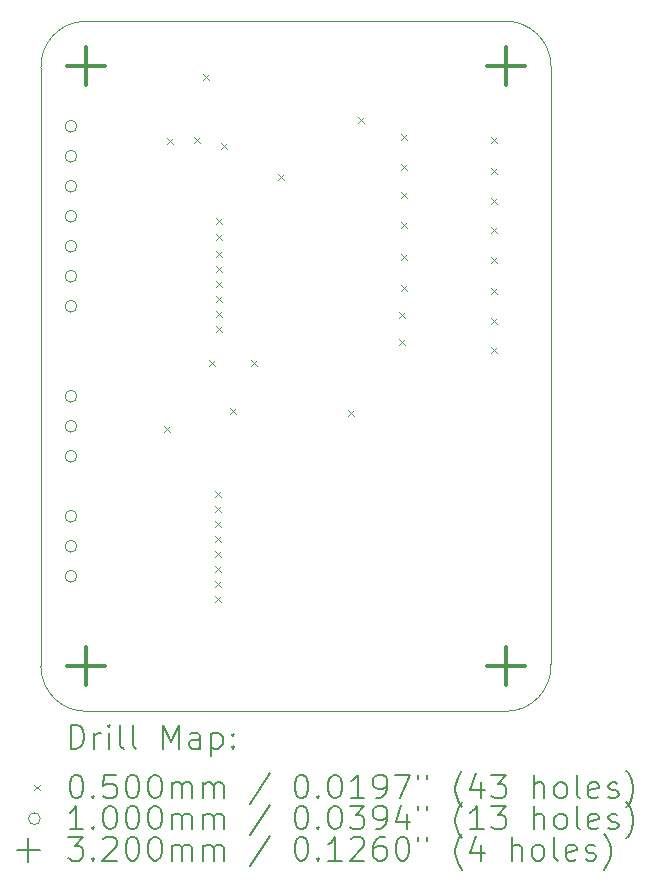
<source format=gbr>
%FSLAX45Y45*%
G04 Gerber Fmt 4.5, Leading zero omitted, Abs format (unit mm)*
G04 Created by KiCad (PCBNEW 6.0.1-79c1e3a40b~116~ubuntu20.04.1) date 2022-01-21 15:32:25*
%MOMM*%
%LPD*%
G01*
G04 APERTURE LIST*
%TA.AperFunction,Profile*%
%ADD10C,0.100000*%
%TD*%
%ADD11C,0.200000*%
%ADD12C,0.050000*%
%ADD13C,0.100000*%
%ADD14C,0.320000*%
G04 APERTURE END LIST*
D10*
X11049000Y-3174689D02*
G75*
G03*
X10668000Y-3571408I53J-381362D01*
G01*
X14605052Y-9017362D02*
G75*
G03*
X14986052Y-8620643I-53J381362D01*
G01*
X14589643Y-3174948D02*
X11049000Y-3174689D01*
X10667638Y-8636052D02*
G75*
G03*
X11064357Y-9017052I381362J53D01*
G01*
X11064357Y-9017052D02*
X14605052Y-9017362D01*
X14986052Y-8620643D02*
X14986362Y-3555948D01*
X14986362Y-3555948D02*
G75*
G03*
X14589643Y-3174948I-381362J-53D01*
G01*
X10668000Y-3571408D02*
X10667638Y-8636052D01*
D11*
D12*
X11709800Y-6604400D02*
X11759800Y-6654400D01*
X11759800Y-6604400D02*
X11709800Y-6654400D01*
X11735200Y-4166000D02*
X11785200Y-4216000D01*
X11785200Y-4166000D02*
X11735200Y-4216000D01*
X11963800Y-4157250D02*
X12013800Y-4207250D01*
X12013800Y-4157250D02*
X11963800Y-4207250D01*
X12042540Y-3622440D02*
X12092540Y-3672440D01*
X12092540Y-3622440D02*
X12042540Y-3672440D01*
X12090800Y-6045600D02*
X12140800Y-6095600D01*
X12140800Y-6045600D02*
X12090800Y-6095600D01*
X12141600Y-7150500D02*
X12191600Y-7200500D01*
X12191600Y-7150500D02*
X12141600Y-7200500D01*
X12141600Y-7277500D02*
X12191600Y-7327500D01*
X12191600Y-7277500D02*
X12141600Y-7327500D01*
X12141600Y-7404500D02*
X12191600Y-7454500D01*
X12191600Y-7404500D02*
X12141600Y-7454500D01*
X12141600Y-7531500D02*
X12191600Y-7581500D01*
X12191600Y-7531500D02*
X12141600Y-7581500D01*
X12141600Y-7658500D02*
X12191600Y-7708500D01*
X12191600Y-7658500D02*
X12141600Y-7708500D01*
X12141600Y-7785500D02*
X12191600Y-7835500D01*
X12191600Y-7785500D02*
X12141600Y-7835500D01*
X12141600Y-7912500D02*
X12191600Y-7962500D01*
X12191600Y-7912500D02*
X12141600Y-7962500D01*
X12141600Y-8039500D02*
X12191600Y-8089500D01*
X12191600Y-8039500D02*
X12141600Y-8089500D01*
X12154300Y-4839100D02*
X12204300Y-4889100D01*
X12204300Y-4839100D02*
X12154300Y-4889100D01*
X12154300Y-4978800D02*
X12204300Y-5028800D01*
X12204300Y-4978800D02*
X12154300Y-5028800D01*
X12154300Y-5118500D02*
X12204300Y-5168500D01*
X12204300Y-5118500D02*
X12154300Y-5168500D01*
X12154300Y-5245500D02*
X12204300Y-5295500D01*
X12204300Y-5245500D02*
X12154300Y-5295500D01*
X12154300Y-5372500D02*
X12204300Y-5422500D01*
X12204300Y-5372500D02*
X12154300Y-5422500D01*
X12154300Y-5499500D02*
X12204300Y-5549500D01*
X12204300Y-5499500D02*
X12154300Y-5549500D01*
X12154300Y-5626500D02*
X12204300Y-5676500D01*
X12204300Y-5626500D02*
X12154300Y-5676500D01*
X12154300Y-5753500D02*
X12204300Y-5803500D01*
X12204300Y-5753500D02*
X12154300Y-5803500D01*
X12191456Y-4208994D02*
X12241456Y-4258994D01*
X12241456Y-4208994D02*
X12191456Y-4258994D01*
X12268600Y-6452000D02*
X12318600Y-6502000D01*
X12318600Y-6452000D02*
X12268600Y-6502000D01*
X12446400Y-6045600D02*
X12496400Y-6095600D01*
X12496400Y-6045600D02*
X12446400Y-6095600D01*
X12675000Y-4470800D02*
X12725000Y-4520800D01*
X12725000Y-4470800D02*
X12675000Y-4520800D01*
X13271900Y-6464700D02*
X13321900Y-6514700D01*
X13321900Y-6464700D02*
X13271900Y-6514700D01*
X13350640Y-3985660D02*
X13400640Y-4035660D01*
X13400640Y-3985660D02*
X13350640Y-4035660D01*
X13703700Y-5639200D02*
X13753700Y-5689200D01*
X13753700Y-5639200D02*
X13703700Y-5689200D01*
X13703700Y-5867800D02*
X13753700Y-5917800D01*
X13753700Y-5867800D02*
X13703700Y-5917800D01*
X13716400Y-4127900D02*
X13766400Y-4177900D01*
X13766400Y-4127900D02*
X13716400Y-4177900D01*
X13716400Y-4381900D02*
X13766400Y-4431900D01*
X13766400Y-4381900D02*
X13716400Y-4431900D01*
X13716400Y-4623200D02*
X13766400Y-4673200D01*
X13766400Y-4623200D02*
X13716400Y-4673200D01*
X13716400Y-4877200D02*
X13766400Y-4927200D01*
X13766400Y-4877200D02*
X13716400Y-4927200D01*
X13716400Y-5143900D02*
X13766400Y-5193900D01*
X13766400Y-5143900D02*
X13716400Y-5193900D01*
X13716400Y-5410600D02*
X13766400Y-5460600D01*
X13766400Y-5410600D02*
X13716400Y-5460600D01*
X14478400Y-4153300D02*
X14528400Y-4203300D01*
X14528400Y-4153300D02*
X14478400Y-4203300D01*
X14478400Y-4420000D02*
X14528400Y-4470000D01*
X14528400Y-4420000D02*
X14478400Y-4470000D01*
X14478400Y-4674000D02*
X14528400Y-4724000D01*
X14528400Y-4674000D02*
X14478400Y-4724000D01*
X14478400Y-4915300D02*
X14528400Y-4965300D01*
X14528400Y-4915300D02*
X14478400Y-4965300D01*
X14478400Y-5169300D02*
X14528400Y-5219300D01*
X14528400Y-5169300D02*
X14478400Y-5219300D01*
X14478400Y-5436000D02*
X14528400Y-5486000D01*
X14528400Y-5436000D02*
X14478400Y-5486000D01*
X14478400Y-5690000D02*
X14528400Y-5740000D01*
X14528400Y-5690000D02*
X14478400Y-5740000D01*
X14478400Y-5931300D02*
X14528400Y-5981300D01*
X14528400Y-5931300D02*
X14478400Y-5981300D01*
D13*
X10972000Y-4064000D02*
G75*
G03*
X10972000Y-4064000I-50000J0D01*
G01*
X10972000Y-4318000D02*
G75*
G03*
X10972000Y-4318000I-50000J0D01*
G01*
X10972000Y-4572000D02*
G75*
G03*
X10972000Y-4572000I-50000J0D01*
G01*
X10972000Y-4826000D02*
G75*
G03*
X10972000Y-4826000I-50000J0D01*
G01*
X10972000Y-5080000D02*
G75*
G03*
X10972000Y-5080000I-50000J0D01*
G01*
X10972000Y-5334000D02*
G75*
G03*
X10972000Y-5334000I-50000J0D01*
G01*
X10972000Y-5588000D02*
G75*
G03*
X10972000Y-5588000I-50000J0D01*
G01*
X10972000Y-6350000D02*
G75*
G03*
X10972000Y-6350000I-50000J0D01*
G01*
X10972000Y-6604000D02*
G75*
G03*
X10972000Y-6604000I-50000J0D01*
G01*
X10972000Y-6858000D02*
G75*
G03*
X10972000Y-6858000I-50000J0D01*
G01*
X10972000Y-7366000D02*
G75*
G03*
X10972000Y-7366000I-50000J0D01*
G01*
X10972000Y-7620000D02*
G75*
G03*
X10972000Y-7620000I-50000J0D01*
G01*
X10972000Y-7874000D02*
G75*
G03*
X10972000Y-7874000I-50000J0D01*
G01*
D14*
X11049000Y-3396000D02*
X11049000Y-3716000D01*
X10889000Y-3556000D02*
X11209000Y-3556000D01*
X11049000Y-8476000D02*
X11049000Y-8796000D01*
X10889000Y-8636000D02*
X11209000Y-8636000D01*
X14605000Y-3396000D02*
X14605000Y-3716000D01*
X14445000Y-3556000D02*
X14765000Y-3556000D01*
X14605000Y-8476000D02*
X14605000Y-8796000D01*
X14445000Y-8636000D02*
X14765000Y-8636000D01*
D11*
X10920257Y-9332838D02*
X10920257Y-9132838D01*
X10967876Y-9132838D01*
X10996448Y-9142362D01*
X11015495Y-9161409D01*
X11025019Y-9180457D01*
X11034543Y-9218552D01*
X11034543Y-9247124D01*
X11025019Y-9285219D01*
X11015495Y-9304267D01*
X10996448Y-9323314D01*
X10967876Y-9332838D01*
X10920257Y-9332838D01*
X11120257Y-9332838D02*
X11120257Y-9199505D01*
X11120257Y-9237600D02*
X11129781Y-9218552D01*
X11139305Y-9209028D01*
X11158352Y-9199505D01*
X11177400Y-9199505D01*
X11244067Y-9332838D02*
X11244067Y-9199505D01*
X11244067Y-9132838D02*
X11234543Y-9142362D01*
X11244067Y-9151886D01*
X11253590Y-9142362D01*
X11244067Y-9132838D01*
X11244067Y-9151886D01*
X11367876Y-9332838D02*
X11348829Y-9323314D01*
X11339305Y-9304267D01*
X11339305Y-9132838D01*
X11472638Y-9332838D02*
X11453590Y-9323314D01*
X11444067Y-9304267D01*
X11444067Y-9132838D01*
X11701210Y-9332838D02*
X11701210Y-9132838D01*
X11767876Y-9275695D01*
X11834543Y-9132838D01*
X11834543Y-9332838D01*
X12015495Y-9332838D02*
X12015495Y-9228076D01*
X12005971Y-9209028D01*
X11986924Y-9199505D01*
X11948829Y-9199505D01*
X11929781Y-9209028D01*
X12015495Y-9323314D02*
X11996448Y-9332838D01*
X11948829Y-9332838D01*
X11929781Y-9323314D01*
X11920257Y-9304267D01*
X11920257Y-9285219D01*
X11929781Y-9266171D01*
X11948829Y-9256648D01*
X11996448Y-9256648D01*
X12015495Y-9247124D01*
X12110733Y-9199505D02*
X12110733Y-9399505D01*
X12110733Y-9209028D02*
X12129781Y-9199505D01*
X12167876Y-9199505D01*
X12186924Y-9209028D01*
X12196448Y-9218552D01*
X12205971Y-9237600D01*
X12205971Y-9294743D01*
X12196448Y-9313790D01*
X12186924Y-9323314D01*
X12167876Y-9332838D01*
X12129781Y-9332838D01*
X12110733Y-9323314D01*
X12291686Y-9313790D02*
X12301210Y-9323314D01*
X12291686Y-9332838D01*
X12282162Y-9323314D01*
X12291686Y-9313790D01*
X12291686Y-9332838D01*
X12291686Y-9209028D02*
X12301210Y-9218552D01*
X12291686Y-9228076D01*
X12282162Y-9218552D01*
X12291686Y-9209028D01*
X12291686Y-9228076D01*
D12*
X10612638Y-9637362D02*
X10662638Y-9687362D01*
X10662638Y-9637362D02*
X10612638Y-9687362D01*
D11*
X10958352Y-9552838D02*
X10977400Y-9552838D01*
X10996448Y-9562362D01*
X11005972Y-9571886D01*
X11015495Y-9590933D01*
X11025019Y-9629028D01*
X11025019Y-9676648D01*
X11015495Y-9714743D01*
X11005972Y-9733790D01*
X10996448Y-9743314D01*
X10977400Y-9752838D01*
X10958352Y-9752838D01*
X10939305Y-9743314D01*
X10929781Y-9733790D01*
X10920257Y-9714743D01*
X10910733Y-9676648D01*
X10910733Y-9629028D01*
X10920257Y-9590933D01*
X10929781Y-9571886D01*
X10939305Y-9562362D01*
X10958352Y-9552838D01*
X11110733Y-9733790D02*
X11120257Y-9743314D01*
X11110733Y-9752838D01*
X11101210Y-9743314D01*
X11110733Y-9733790D01*
X11110733Y-9752838D01*
X11301210Y-9552838D02*
X11205971Y-9552838D01*
X11196448Y-9648076D01*
X11205971Y-9638552D01*
X11225019Y-9629028D01*
X11272638Y-9629028D01*
X11291686Y-9638552D01*
X11301210Y-9648076D01*
X11310733Y-9667124D01*
X11310733Y-9714743D01*
X11301210Y-9733790D01*
X11291686Y-9743314D01*
X11272638Y-9752838D01*
X11225019Y-9752838D01*
X11205971Y-9743314D01*
X11196448Y-9733790D01*
X11434543Y-9552838D02*
X11453590Y-9552838D01*
X11472638Y-9562362D01*
X11482162Y-9571886D01*
X11491686Y-9590933D01*
X11501210Y-9629028D01*
X11501210Y-9676648D01*
X11491686Y-9714743D01*
X11482162Y-9733790D01*
X11472638Y-9743314D01*
X11453590Y-9752838D01*
X11434543Y-9752838D01*
X11415495Y-9743314D01*
X11405971Y-9733790D01*
X11396448Y-9714743D01*
X11386924Y-9676648D01*
X11386924Y-9629028D01*
X11396448Y-9590933D01*
X11405971Y-9571886D01*
X11415495Y-9562362D01*
X11434543Y-9552838D01*
X11625019Y-9552838D02*
X11644067Y-9552838D01*
X11663114Y-9562362D01*
X11672638Y-9571886D01*
X11682162Y-9590933D01*
X11691686Y-9629028D01*
X11691686Y-9676648D01*
X11682162Y-9714743D01*
X11672638Y-9733790D01*
X11663114Y-9743314D01*
X11644067Y-9752838D01*
X11625019Y-9752838D01*
X11605971Y-9743314D01*
X11596448Y-9733790D01*
X11586924Y-9714743D01*
X11577400Y-9676648D01*
X11577400Y-9629028D01*
X11586924Y-9590933D01*
X11596448Y-9571886D01*
X11605971Y-9562362D01*
X11625019Y-9552838D01*
X11777400Y-9752838D02*
X11777400Y-9619505D01*
X11777400Y-9638552D02*
X11786924Y-9629028D01*
X11805971Y-9619505D01*
X11834543Y-9619505D01*
X11853590Y-9629028D01*
X11863114Y-9648076D01*
X11863114Y-9752838D01*
X11863114Y-9648076D02*
X11872638Y-9629028D01*
X11891686Y-9619505D01*
X11920257Y-9619505D01*
X11939305Y-9629028D01*
X11948829Y-9648076D01*
X11948829Y-9752838D01*
X12044067Y-9752838D02*
X12044067Y-9619505D01*
X12044067Y-9638552D02*
X12053590Y-9629028D01*
X12072638Y-9619505D01*
X12101210Y-9619505D01*
X12120257Y-9629028D01*
X12129781Y-9648076D01*
X12129781Y-9752838D01*
X12129781Y-9648076D02*
X12139305Y-9629028D01*
X12158352Y-9619505D01*
X12186924Y-9619505D01*
X12205971Y-9629028D01*
X12215495Y-9648076D01*
X12215495Y-9752838D01*
X12605971Y-9543314D02*
X12434543Y-9800457D01*
X12863114Y-9552838D02*
X12882162Y-9552838D01*
X12901210Y-9562362D01*
X12910733Y-9571886D01*
X12920257Y-9590933D01*
X12929781Y-9629028D01*
X12929781Y-9676648D01*
X12920257Y-9714743D01*
X12910733Y-9733790D01*
X12901210Y-9743314D01*
X12882162Y-9752838D01*
X12863114Y-9752838D01*
X12844067Y-9743314D01*
X12834543Y-9733790D01*
X12825019Y-9714743D01*
X12815495Y-9676648D01*
X12815495Y-9629028D01*
X12825019Y-9590933D01*
X12834543Y-9571886D01*
X12844067Y-9562362D01*
X12863114Y-9552838D01*
X13015495Y-9733790D02*
X13025019Y-9743314D01*
X13015495Y-9752838D01*
X13005971Y-9743314D01*
X13015495Y-9733790D01*
X13015495Y-9752838D01*
X13148829Y-9552838D02*
X13167876Y-9552838D01*
X13186924Y-9562362D01*
X13196448Y-9571886D01*
X13205971Y-9590933D01*
X13215495Y-9629028D01*
X13215495Y-9676648D01*
X13205971Y-9714743D01*
X13196448Y-9733790D01*
X13186924Y-9743314D01*
X13167876Y-9752838D01*
X13148829Y-9752838D01*
X13129781Y-9743314D01*
X13120257Y-9733790D01*
X13110733Y-9714743D01*
X13101210Y-9676648D01*
X13101210Y-9629028D01*
X13110733Y-9590933D01*
X13120257Y-9571886D01*
X13129781Y-9562362D01*
X13148829Y-9552838D01*
X13405971Y-9752838D02*
X13291686Y-9752838D01*
X13348829Y-9752838D02*
X13348829Y-9552838D01*
X13329781Y-9581409D01*
X13310733Y-9600457D01*
X13291686Y-9609981D01*
X13501210Y-9752838D02*
X13539305Y-9752838D01*
X13558352Y-9743314D01*
X13567876Y-9733790D01*
X13586924Y-9705219D01*
X13596448Y-9667124D01*
X13596448Y-9590933D01*
X13586924Y-9571886D01*
X13577400Y-9562362D01*
X13558352Y-9552838D01*
X13520257Y-9552838D01*
X13501210Y-9562362D01*
X13491686Y-9571886D01*
X13482162Y-9590933D01*
X13482162Y-9638552D01*
X13491686Y-9657600D01*
X13501210Y-9667124D01*
X13520257Y-9676648D01*
X13558352Y-9676648D01*
X13577400Y-9667124D01*
X13586924Y-9657600D01*
X13596448Y-9638552D01*
X13663114Y-9552838D02*
X13796448Y-9552838D01*
X13710733Y-9752838D01*
X13863114Y-9552838D02*
X13863114Y-9590933D01*
X13939305Y-9552838D02*
X13939305Y-9590933D01*
X14234543Y-9829028D02*
X14225019Y-9819505D01*
X14205971Y-9790933D01*
X14196448Y-9771886D01*
X14186924Y-9743314D01*
X14177400Y-9695695D01*
X14177400Y-9657600D01*
X14186924Y-9609981D01*
X14196448Y-9581409D01*
X14205971Y-9562362D01*
X14225019Y-9533790D01*
X14234543Y-9524267D01*
X14396448Y-9619505D02*
X14396448Y-9752838D01*
X14348829Y-9543314D02*
X14301210Y-9686171D01*
X14425019Y-9686171D01*
X14482162Y-9552838D02*
X14605971Y-9552838D01*
X14539305Y-9629028D01*
X14567876Y-9629028D01*
X14586924Y-9638552D01*
X14596448Y-9648076D01*
X14605971Y-9667124D01*
X14605971Y-9714743D01*
X14596448Y-9733790D01*
X14586924Y-9743314D01*
X14567876Y-9752838D01*
X14510733Y-9752838D01*
X14491686Y-9743314D01*
X14482162Y-9733790D01*
X14844067Y-9752838D02*
X14844067Y-9552838D01*
X14929781Y-9752838D02*
X14929781Y-9648076D01*
X14920257Y-9629028D01*
X14901210Y-9619505D01*
X14872638Y-9619505D01*
X14853590Y-9629028D01*
X14844067Y-9638552D01*
X15053590Y-9752838D02*
X15034543Y-9743314D01*
X15025019Y-9733790D01*
X15015495Y-9714743D01*
X15015495Y-9657600D01*
X15025019Y-9638552D01*
X15034543Y-9629028D01*
X15053590Y-9619505D01*
X15082162Y-9619505D01*
X15101210Y-9629028D01*
X15110733Y-9638552D01*
X15120257Y-9657600D01*
X15120257Y-9714743D01*
X15110733Y-9733790D01*
X15101210Y-9743314D01*
X15082162Y-9752838D01*
X15053590Y-9752838D01*
X15234543Y-9752838D02*
X15215495Y-9743314D01*
X15205971Y-9724267D01*
X15205971Y-9552838D01*
X15386924Y-9743314D02*
X15367876Y-9752838D01*
X15329781Y-9752838D01*
X15310733Y-9743314D01*
X15301210Y-9724267D01*
X15301210Y-9648076D01*
X15310733Y-9629028D01*
X15329781Y-9619505D01*
X15367876Y-9619505D01*
X15386924Y-9629028D01*
X15396448Y-9648076D01*
X15396448Y-9667124D01*
X15301210Y-9686171D01*
X15472638Y-9743314D02*
X15491686Y-9752838D01*
X15529781Y-9752838D01*
X15548829Y-9743314D01*
X15558352Y-9724267D01*
X15558352Y-9714743D01*
X15548829Y-9695695D01*
X15529781Y-9686171D01*
X15501210Y-9686171D01*
X15482162Y-9676648D01*
X15472638Y-9657600D01*
X15472638Y-9648076D01*
X15482162Y-9629028D01*
X15501210Y-9619505D01*
X15529781Y-9619505D01*
X15548829Y-9629028D01*
X15625019Y-9829028D02*
X15634543Y-9819505D01*
X15653590Y-9790933D01*
X15663114Y-9771886D01*
X15672638Y-9743314D01*
X15682162Y-9695695D01*
X15682162Y-9657600D01*
X15672638Y-9609981D01*
X15663114Y-9581409D01*
X15653590Y-9562362D01*
X15634543Y-9533790D01*
X15625019Y-9524267D01*
D13*
X10662638Y-9926362D02*
G75*
G03*
X10662638Y-9926362I-50000J0D01*
G01*
D11*
X11025019Y-10016838D02*
X10910733Y-10016838D01*
X10967876Y-10016838D02*
X10967876Y-9816838D01*
X10948829Y-9845409D01*
X10929781Y-9864457D01*
X10910733Y-9873981D01*
X11110733Y-9997790D02*
X11120257Y-10007314D01*
X11110733Y-10016838D01*
X11101210Y-10007314D01*
X11110733Y-9997790D01*
X11110733Y-10016838D01*
X11244067Y-9816838D02*
X11263114Y-9816838D01*
X11282162Y-9826362D01*
X11291686Y-9835886D01*
X11301210Y-9854933D01*
X11310733Y-9893028D01*
X11310733Y-9940648D01*
X11301210Y-9978743D01*
X11291686Y-9997790D01*
X11282162Y-10007314D01*
X11263114Y-10016838D01*
X11244067Y-10016838D01*
X11225019Y-10007314D01*
X11215495Y-9997790D01*
X11205971Y-9978743D01*
X11196448Y-9940648D01*
X11196448Y-9893028D01*
X11205971Y-9854933D01*
X11215495Y-9835886D01*
X11225019Y-9826362D01*
X11244067Y-9816838D01*
X11434543Y-9816838D02*
X11453590Y-9816838D01*
X11472638Y-9826362D01*
X11482162Y-9835886D01*
X11491686Y-9854933D01*
X11501210Y-9893028D01*
X11501210Y-9940648D01*
X11491686Y-9978743D01*
X11482162Y-9997790D01*
X11472638Y-10007314D01*
X11453590Y-10016838D01*
X11434543Y-10016838D01*
X11415495Y-10007314D01*
X11405971Y-9997790D01*
X11396448Y-9978743D01*
X11386924Y-9940648D01*
X11386924Y-9893028D01*
X11396448Y-9854933D01*
X11405971Y-9835886D01*
X11415495Y-9826362D01*
X11434543Y-9816838D01*
X11625019Y-9816838D02*
X11644067Y-9816838D01*
X11663114Y-9826362D01*
X11672638Y-9835886D01*
X11682162Y-9854933D01*
X11691686Y-9893028D01*
X11691686Y-9940648D01*
X11682162Y-9978743D01*
X11672638Y-9997790D01*
X11663114Y-10007314D01*
X11644067Y-10016838D01*
X11625019Y-10016838D01*
X11605971Y-10007314D01*
X11596448Y-9997790D01*
X11586924Y-9978743D01*
X11577400Y-9940648D01*
X11577400Y-9893028D01*
X11586924Y-9854933D01*
X11596448Y-9835886D01*
X11605971Y-9826362D01*
X11625019Y-9816838D01*
X11777400Y-10016838D02*
X11777400Y-9883505D01*
X11777400Y-9902552D02*
X11786924Y-9893028D01*
X11805971Y-9883505D01*
X11834543Y-9883505D01*
X11853590Y-9893028D01*
X11863114Y-9912076D01*
X11863114Y-10016838D01*
X11863114Y-9912076D02*
X11872638Y-9893028D01*
X11891686Y-9883505D01*
X11920257Y-9883505D01*
X11939305Y-9893028D01*
X11948829Y-9912076D01*
X11948829Y-10016838D01*
X12044067Y-10016838D02*
X12044067Y-9883505D01*
X12044067Y-9902552D02*
X12053590Y-9893028D01*
X12072638Y-9883505D01*
X12101210Y-9883505D01*
X12120257Y-9893028D01*
X12129781Y-9912076D01*
X12129781Y-10016838D01*
X12129781Y-9912076D02*
X12139305Y-9893028D01*
X12158352Y-9883505D01*
X12186924Y-9883505D01*
X12205971Y-9893028D01*
X12215495Y-9912076D01*
X12215495Y-10016838D01*
X12605971Y-9807314D02*
X12434543Y-10064457D01*
X12863114Y-9816838D02*
X12882162Y-9816838D01*
X12901210Y-9826362D01*
X12910733Y-9835886D01*
X12920257Y-9854933D01*
X12929781Y-9893028D01*
X12929781Y-9940648D01*
X12920257Y-9978743D01*
X12910733Y-9997790D01*
X12901210Y-10007314D01*
X12882162Y-10016838D01*
X12863114Y-10016838D01*
X12844067Y-10007314D01*
X12834543Y-9997790D01*
X12825019Y-9978743D01*
X12815495Y-9940648D01*
X12815495Y-9893028D01*
X12825019Y-9854933D01*
X12834543Y-9835886D01*
X12844067Y-9826362D01*
X12863114Y-9816838D01*
X13015495Y-9997790D02*
X13025019Y-10007314D01*
X13015495Y-10016838D01*
X13005971Y-10007314D01*
X13015495Y-9997790D01*
X13015495Y-10016838D01*
X13148829Y-9816838D02*
X13167876Y-9816838D01*
X13186924Y-9826362D01*
X13196448Y-9835886D01*
X13205971Y-9854933D01*
X13215495Y-9893028D01*
X13215495Y-9940648D01*
X13205971Y-9978743D01*
X13196448Y-9997790D01*
X13186924Y-10007314D01*
X13167876Y-10016838D01*
X13148829Y-10016838D01*
X13129781Y-10007314D01*
X13120257Y-9997790D01*
X13110733Y-9978743D01*
X13101210Y-9940648D01*
X13101210Y-9893028D01*
X13110733Y-9854933D01*
X13120257Y-9835886D01*
X13129781Y-9826362D01*
X13148829Y-9816838D01*
X13282162Y-9816838D02*
X13405971Y-9816838D01*
X13339305Y-9893028D01*
X13367876Y-9893028D01*
X13386924Y-9902552D01*
X13396448Y-9912076D01*
X13405971Y-9931124D01*
X13405971Y-9978743D01*
X13396448Y-9997790D01*
X13386924Y-10007314D01*
X13367876Y-10016838D01*
X13310733Y-10016838D01*
X13291686Y-10007314D01*
X13282162Y-9997790D01*
X13501210Y-10016838D02*
X13539305Y-10016838D01*
X13558352Y-10007314D01*
X13567876Y-9997790D01*
X13586924Y-9969219D01*
X13596448Y-9931124D01*
X13596448Y-9854933D01*
X13586924Y-9835886D01*
X13577400Y-9826362D01*
X13558352Y-9816838D01*
X13520257Y-9816838D01*
X13501210Y-9826362D01*
X13491686Y-9835886D01*
X13482162Y-9854933D01*
X13482162Y-9902552D01*
X13491686Y-9921600D01*
X13501210Y-9931124D01*
X13520257Y-9940648D01*
X13558352Y-9940648D01*
X13577400Y-9931124D01*
X13586924Y-9921600D01*
X13596448Y-9902552D01*
X13767876Y-9883505D02*
X13767876Y-10016838D01*
X13720257Y-9807314D02*
X13672638Y-9950171D01*
X13796448Y-9950171D01*
X13863114Y-9816838D02*
X13863114Y-9854933D01*
X13939305Y-9816838D02*
X13939305Y-9854933D01*
X14234543Y-10093028D02*
X14225019Y-10083505D01*
X14205971Y-10054933D01*
X14196448Y-10035886D01*
X14186924Y-10007314D01*
X14177400Y-9959695D01*
X14177400Y-9921600D01*
X14186924Y-9873981D01*
X14196448Y-9845409D01*
X14205971Y-9826362D01*
X14225019Y-9797790D01*
X14234543Y-9788267D01*
X14415495Y-10016838D02*
X14301210Y-10016838D01*
X14358352Y-10016838D02*
X14358352Y-9816838D01*
X14339305Y-9845409D01*
X14320257Y-9864457D01*
X14301210Y-9873981D01*
X14482162Y-9816838D02*
X14605971Y-9816838D01*
X14539305Y-9893028D01*
X14567876Y-9893028D01*
X14586924Y-9902552D01*
X14596448Y-9912076D01*
X14605971Y-9931124D01*
X14605971Y-9978743D01*
X14596448Y-9997790D01*
X14586924Y-10007314D01*
X14567876Y-10016838D01*
X14510733Y-10016838D01*
X14491686Y-10007314D01*
X14482162Y-9997790D01*
X14844067Y-10016838D02*
X14844067Y-9816838D01*
X14929781Y-10016838D02*
X14929781Y-9912076D01*
X14920257Y-9893028D01*
X14901210Y-9883505D01*
X14872638Y-9883505D01*
X14853590Y-9893028D01*
X14844067Y-9902552D01*
X15053590Y-10016838D02*
X15034543Y-10007314D01*
X15025019Y-9997790D01*
X15015495Y-9978743D01*
X15015495Y-9921600D01*
X15025019Y-9902552D01*
X15034543Y-9893028D01*
X15053590Y-9883505D01*
X15082162Y-9883505D01*
X15101210Y-9893028D01*
X15110733Y-9902552D01*
X15120257Y-9921600D01*
X15120257Y-9978743D01*
X15110733Y-9997790D01*
X15101210Y-10007314D01*
X15082162Y-10016838D01*
X15053590Y-10016838D01*
X15234543Y-10016838D02*
X15215495Y-10007314D01*
X15205971Y-9988267D01*
X15205971Y-9816838D01*
X15386924Y-10007314D02*
X15367876Y-10016838D01*
X15329781Y-10016838D01*
X15310733Y-10007314D01*
X15301210Y-9988267D01*
X15301210Y-9912076D01*
X15310733Y-9893028D01*
X15329781Y-9883505D01*
X15367876Y-9883505D01*
X15386924Y-9893028D01*
X15396448Y-9912076D01*
X15396448Y-9931124D01*
X15301210Y-9950171D01*
X15472638Y-10007314D02*
X15491686Y-10016838D01*
X15529781Y-10016838D01*
X15548829Y-10007314D01*
X15558352Y-9988267D01*
X15558352Y-9978743D01*
X15548829Y-9959695D01*
X15529781Y-9950171D01*
X15501210Y-9950171D01*
X15482162Y-9940648D01*
X15472638Y-9921600D01*
X15472638Y-9912076D01*
X15482162Y-9893028D01*
X15501210Y-9883505D01*
X15529781Y-9883505D01*
X15548829Y-9893028D01*
X15625019Y-10093028D02*
X15634543Y-10083505D01*
X15653590Y-10054933D01*
X15663114Y-10035886D01*
X15672638Y-10007314D01*
X15682162Y-9959695D01*
X15682162Y-9921600D01*
X15672638Y-9873981D01*
X15663114Y-9845409D01*
X15653590Y-9826362D01*
X15634543Y-9797790D01*
X15625019Y-9788267D01*
X10562638Y-10090362D02*
X10562638Y-10290362D01*
X10462638Y-10190362D02*
X10662638Y-10190362D01*
X10901210Y-10080838D02*
X11025019Y-10080838D01*
X10958352Y-10157028D01*
X10986924Y-10157028D01*
X11005972Y-10166552D01*
X11015495Y-10176076D01*
X11025019Y-10195124D01*
X11025019Y-10242743D01*
X11015495Y-10261790D01*
X11005972Y-10271314D01*
X10986924Y-10280838D01*
X10929781Y-10280838D01*
X10910733Y-10271314D01*
X10901210Y-10261790D01*
X11110733Y-10261790D02*
X11120257Y-10271314D01*
X11110733Y-10280838D01*
X11101210Y-10271314D01*
X11110733Y-10261790D01*
X11110733Y-10280838D01*
X11196448Y-10099886D02*
X11205971Y-10090362D01*
X11225019Y-10080838D01*
X11272638Y-10080838D01*
X11291686Y-10090362D01*
X11301210Y-10099886D01*
X11310733Y-10118933D01*
X11310733Y-10137981D01*
X11301210Y-10166552D01*
X11186924Y-10280838D01*
X11310733Y-10280838D01*
X11434543Y-10080838D02*
X11453590Y-10080838D01*
X11472638Y-10090362D01*
X11482162Y-10099886D01*
X11491686Y-10118933D01*
X11501210Y-10157028D01*
X11501210Y-10204648D01*
X11491686Y-10242743D01*
X11482162Y-10261790D01*
X11472638Y-10271314D01*
X11453590Y-10280838D01*
X11434543Y-10280838D01*
X11415495Y-10271314D01*
X11405971Y-10261790D01*
X11396448Y-10242743D01*
X11386924Y-10204648D01*
X11386924Y-10157028D01*
X11396448Y-10118933D01*
X11405971Y-10099886D01*
X11415495Y-10090362D01*
X11434543Y-10080838D01*
X11625019Y-10080838D02*
X11644067Y-10080838D01*
X11663114Y-10090362D01*
X11672638Y-10099886D01*
X11682162Y-10118933D01*
X11691686Y-10157028D01*
X11691686Y-10204648D01*
X11682162Y-10242743D01*
X11672638Y-10261790D01*
X11663114Y-10271314D01*
X11644067Y-10280838D01*
X11625019Y-10280838D01*
X11605971Y-10271314D01*
X11596448Y-10261790D01*
X11586924Y-10242743D01*
X11577400Y-10204648D01*
X11577400Y-10157028D01*
X11586924Y-10118933D01*
X11596448Y-10099886D01*
X11605971Y-10090362D01*
X11625019Y-10080838D01*
X11777400Y-10280838D02*
X11777400Y-10147505D01*
X11777400Y-10166552D02*
X11786924Y-10157028D01*
X11805971Y-10147505D01*
X11834543Y-10147505D01*
X11853590Y-10157028D01*
X11863114Y-10176076D01*
X11863114Y-10280838D01*
X11863114Y-10176076D02*
X11872638Y-10157028D01*
X11891686Y-10147505D01*
X11920257Y-10147505D01*
X11939305Y-10157028D01*
X11948829Y-10176076D01*
X11948829Y-10280838D01*
X12044067Y-10280838D02*
X12044067Y-10147505D01*
X12044067Y-10166552D02*
X12053590Y-10157028D01*
X12072638Y-10147505D01*
X12101210Y-10147505D01*
X12120257Y-10157028D01*
X12129781Y-10176076D01*
X12129781Y-10280838D01*
X12129781Y-10176076D02*
X12139305Y-10157028D01*
X12158352Y-10147505D01*
X12186924Y-10147505D01*
X12205971Y-10157028D01*
X12215495Y-10176076D01*
X12215495Y-10280838D01*
X12605971Y-10071314D02*
X12434543Y-10328457D01*
X12863114Y-10080838D02*
X12882162Y-10080838D01*
X12901210Y-10090362D01*
X12910733Y-10099886D01*
X12920257Y-10118933D01*
X12929781Y-10157028D01*
X12929781Y-10204648D01*
X12920257Y-10242743D01*
X12910733Y-10261790D01*
X12901210Y-10271314D01*
X12882162Y-10280838D01*
X12863114Y-10280838D01*
X12844067Y-10271314D01*
X12834543Y-10261790D01*
X12825019Y-10242743D01*
X12815495Y-10204648D01*
X12815495Y-10157028D01*
X12825019Y-10118933D01*
X12834543Y-10099886D01*
X12844067Y-10090362D01*
X12863114Y-10080838D01*
X13015495Y-10261790D02*
X13025019Y-10271314D01*
X13015495Y-10280838D01*
X13005971Y-10271314D01*
X13015495Y-10261790D01*
X13015495Y-10280838D01*
X13215495Y-10280838D02*
X13101210Y-10280838D01*
X13158352Y-10280838D02*
X13158352Y-10080838D01*
X13139305Y-10109409D01*
X13120257Y-10128457D01*
X13101210Y-10137981D01*
X13291686Y-10099886D02*
X13301210Y-10090362D01*
X13320257Y-10080838D01*
X13367876Y-10080838D01*
X13386924Y-10090362D01*
X13396448Y-10099886D01*
X13405971Y-10118933D01*
X13405971Y-10137981D01*
X13396448Y-10166552D01*
X13282162Y-10280838D01*
X13405971Y-10280838D01*
X13577400Y-10080838D02*
X13539305Y-10080838D01*
X13520257Y-10090362D01*
X13510733Y-10099886D01*
X13491686Y-10128457D01*
X13482162Y-10166552D01*
X13482162Y-10242743D01*
X13491686Y-10261790D01*
X13501210Y-10271314D01*
X13520257Y-10280838D01*
X13558352Y-10280838D01*
X13577400Y-10271314D01*
X13586924Y-10261790D01*
X13596448Y-10242743D01*
X13596448Y-10195124D01*
X13586924Y-10176076D01*
X13577400Y-10166552D01*
X13558352Y-10157028D01*
X13520257Y-10157028D01*
X13501210Y-10166552D01*
X13491686Y-10176076D01*
X13482162Y-10195124D01*
X13720257Y-10080838D02*
X13739305Y-10080838D01*
X13758352Y-10090362D01*
X13767876Y-10099886D01*
X13777400Y-10118933D01*
X13786924Y-10157028D01*
X13786924Y-10204648D01*
X13777400Y-10242743D01*
X13767876Y-10261790D01*
X13758352Y-10271314D01*
X13739305Y-10280838D01*
X13720257Y-10280838D01*
X13701210Y-10271314D01*
X13691686Y-10261790D01*
X13682162Y-10242743D01*
X13672638Y-10204648D01*
X13672638Y-10157028D01*
X13682162Y-10118933D01*
X13691686Y-10099886D01*
X13701210Y-10090362D01*
X13720257Y-10080838D01*
X13863114Y-10080838D02*
X13863114Y-10118933D01*
X13939305Y-10080838D02*
X13939305Y-10118933D01*
X14234543Y-10357028D02*
X14225019Y-10347505D01*
X14205971Y-10318933D01*
X14196448Y-10299886D01*
X14186924Y-10271314D01*
X14177400Y-10223695D01*
X14177400Y-10185600D01*
X14186924Y-10137981D01*
X14196448Y-10109409D01*
X14205971Y-10090362D01*
X14225019Y-10061790D01*
X14234543Y-10052267D01*
X14396448Y-10147505D02*
X14396448Y-10280838D01*
X14348829Y-10071314D02*
X14301210Y-10214171D01*
X14425019Y-10214171D01*
X14653590Y-10280838D02*
X14653590Y-10080838D01*
X14739305Y-10280838D02*
X14739305Y-10176076D01*
X14729781Y-10157028D01*
X14710733Y-10147505D01*
X14682162Y-10147505D01*
X14663114Y-10157028D01*
X14653590Y-10166552D01*
X14863114Y-10280838D02*
X14844067Y-10271314D01*
X14834543Y-10261790D01*
X14825019Y-10242743D01*
X14825019Y-10185600D01*
X14834543Y-10166552D01*
X14844067Y-10157028D01*
X14863114Y-10147505D01*
X14891686Y-10147505D01*
X14910733Y-10157028D01*
X14920257Y-10166552D01*
X14929781Y-10185600D01*
X14929781Y-10242743D01*
X14920257Y-10261790D01*
X14910733Y-10271314D01*
X14891686Y-10280838D01*
X14863114Y-10280838D01*
X15044067Y-10280838D02*
X15025019Y-10271314D01*
X15015495Y-10252267D01*
X15015495Y-10080838D01*
X15196448Y-10271314D02*
X15177400Y-10280838D01*
X15139305Y-10280838D01*
X15120257Y-10271314D01*
X15110733Y-10252267D01*
X15110733Y-10176076D01*
X15120257Y-10157028D01*
X15139305Y-10147505D01*
X15177400Y-10147505D01*
X15196448Y-10157028D01*
X15205971Y-10176076D01*
X15205971Y-10195124D01*
X15110733Y-10214171D01*
X15282162Y-10271314D02*
X15301210Y-10280838D01*
X15339305Y-10280838D01*
X15358352Y-10271314D01*
X15367876Y-10252267D01*
X15367876Y-10242743D01*
X15358352Y-10223695D01*
X15339305Y-10214171D01*
X15310733Y-10214171D01*
X15291686Y-10204648D01*
X15282162Y-10185600D01*
X15282162Y-10176076D01*
X15291686Y-10157028D01*
X15310733Y-10147505D01*
X15339305Y-10147505D01*
X15358352Y-10157028D01*
X15434543Y-10357028D02*
X15444067Y-10347505D01*
X15463114Y-10318933D01*
X15472638Y-10299886D01*
X15482162Y-10271314D01*
X15491686Y-10223695D01*
X15491686Y-10185600D01*
X15482162Y-10137981D01*
X15472638Y-10109409D01*
X15463114Y-10090362D01*
X15444067Y-10061790D01*
X15434543Y-10052267D01*
M02*

</source>
